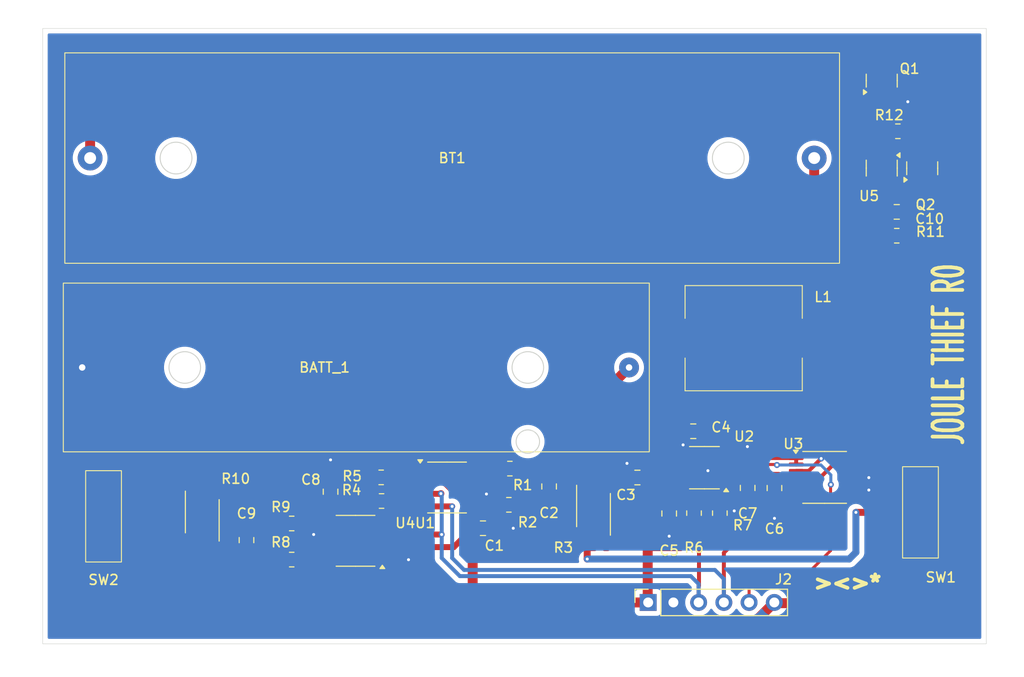
<source format=kicad_pcb>
(kicad_pcb (version 20241229) (generator "pcbnew") (generator_version "9.0")
  (title_block (title "Joule Thief 0") (date "2025-03-15") (rev "5") (company "Suneater Labs"))
  (layers (0 "F.Cu" signal) (2 "B.Cu" signal) (13 "F.Paste" user) (15 "B.Paste" user) (5 "F.SilkS" user "F.Silkscreen") (7 "B.SilkS" user "B.Silkscreen") (1 "F.Mask" user) (3 "B.Mask" user) (25 "Edge.Cuts" user))
  (net 0 "")
  (net 1 "+ALK")
  (net 2 "GND")
  (net 3 "LITH")
  (net 4 "Net-(BT1--)")
  (net 5 "V5+")
  (net 6 "Net-(C2-Pad1)")
  (net 7 "Net-(C2-Pad2)")
  (net 8 "Net-(SW1-B)")
  (net 9 "Net-(U2-AUX)")
  (net 10 "Net-(U2-LDO)")
  (net 11 "Net-(C9-Pad1)")
  (net 12 "Net-(C9-Pad2)")
  (net 13 "Net-(U5-VCC)")
  (net 14 "SDA")
  (net 15 "SHDN")
  (net 16 "SCL")
  (net 17 "Net-(U2-SWITCH)")
  (net 18 "Net-(Q1-D)")
  (net 19 "Net-(Q1-G)")
  (net 20 "Net-(Q2-G)")
  (net 21 "Net-(U1-IN+)")
  (net 22 "Net-(U1-IN-)")
  (net 23 "Net-(SW1-A)")
  (net 24 "Net-(U2-FB)")
  (net 25 "Net-(U4-IN+)")
  (net 26 "Net-(U4-IN-)")
  (net 27 "Net-(U5-CS)")
  (net 28 "MPPC")
  (net 34 "Net-(SW2-B)")
  (footprint "Joule Thief-Library:18650_Cell_Clip" (layer "F.Cu") (at 99.85 42.4)
    (property "Reference" "BT1" (at 0 0 0) (layer "F.SilkS") (effects (font (thickness 0.16))))
    (property "Value" "Battery_Cell")
    (fp_circle (center -27.8 0) (end -26.2 0) (stroke (width 0.1)) (fill no) (layer "Edge.Cuts"))
    (fp_circle (center 27.8 0) (end 29.4 0) (stroke (width 0.1)) (fill no) (layer "Edge.Cuts"))
    (pad "1" thru_hole circle (at 36.45 0) (size 2.5 2.5) (drill 1.2) (layers "*.Cu" "*.Mask") (net 3 "LITH"))
    (pad "2" thru_hole circle (at -36.45 0) (size 2.5 2.5) (drill 1.2) (layers "*.Cu" "*.Mask") (net 4 "Net-(BT1--)"))
  )
  (footprint "Joule Thief-Library:AA_Cell_Clip" (layer "F.Cu") (at 90.2 63.5)
    (property "Reference" "BATT_1" (at -3.1975 0 0) (layer "F.SilkS") (effects (font (thickness 0.16))))
    (property "Value" "Alkaline AA")
    (fp_circle (center -17.27 0) (end -15.68 0) (stroke (width 0.1)) (fill no) (layer "Edge.Cuts"))
    (fp_circle (center 17.27 0) (end 18.86 0) (stroke (width 0.1)) (fill no) (layer "Edge.Cuts"))
    (fp_circle (center 17.27 7.47) (end 18.45 7.47) (stroke (width 0.1)) (fill no) (layer "Edge.Cuts"))
    (pad "1" thru_hole circle (at 27.46 0) (size 2 2) (drill 0.65) (layers "*.Cu" "*.Mask") (net 1 "+ALK"))
    (pad "2" thru_hole circle (at -27.6 0) (size 2 2) (drill 0.65) (layers "*.Cu" "*.Mask") (net 2 "GND"))
  )
  (footprint "Resistor_SMD:R_0805_2012Metric_Pad1.20x1.40mm_HandSolder" (layer "F.Cu") (at 105.66 73.69)
    (property "Reference" "R1" (at 1.29 1.66 0) (layer "F.SilkS") (effects (font (thickness 0.16))))
    (property "Value" "10")
    (pad "1" smd roundrect (at -1 0) (size 1.2 1.4) (layers "F.Cu" "F.Mask" "F.Paste") (roundrect_rratio 0.208333) (net 21 "Net-(U1-IN+)"))
    (pad "2" smd roundrect (at 1 0) (size 1.2 1.4) (layers "F.Cu" "F.Mask" "F.Paste") (roundrect_rratio 0.208333) (net 6 "Net-(C2-Pad1)"))
  )
  (footprint "Package_SO:TSSOP-14_4.4x5mm_P0.65mm" (layer "F.Cu") (at 137.35 74.575)
    (property "Reference" "U3" (at -3.15 -3.375 180) (layer "F.SilkS") (effects (font (thickness 0.16))))
    (property "Value" "AD5280")
    (pad "1" smd roundrect (at -2.8625 -1.95) (size 1.475 0.4) (layers "F.Cu" "F.Mask" "F.Paste") (net 28 "MPPC"))
    (pad "2" smd roundrect (at -2.8625 -1.3) (size 1.475 0.4) (layers "F.Cu" "F.Mask" "F.Paste") (net 28 "MPPC"))
    (pad "3" smd roundrect (at -2.8625 -0.65) (size 1.475 0.4) (layers "F.Cu" "F.Mask" "F.Paste") (net 2 "GND"))
    (pad "4" smd roundrect (at -2.8625 0) (size 1.475 0.4) (layers "F.Cu" "F.Mask" "F.Paste") (net 5 "V5+"))
    (pad "5" smd roundrect (at -2.8625 0.65) (size 1.475 0.4) (layers "F.Cu" "F.Mask" "F.Paste"))
    (pad "6" smd roundrect (at -2.8625 1.3) (size 1.475 0.4) (layers "F.Cu" "F.Mask" "F.Paste") (net 16 "SCL"))
    (pad "7" smd roundrect (at -2.8625 1.95) (size 1.475 0.4) (layers "F.Cu" "F.Mask" "F.Paste") (net 14 "SDA"))
    (pad "8" smd roundrect (at 2.8625 1.95) (size 1.475 0.4) (layers "F.Cu" "F.Mask" "F.Paste") (net 2 "GND"))
    (pad "9" smd roundrect (at 2.8625 1.3) (size 1.475 0.4) (layers "F.Cu" "F.Mask" "F.Paste") (net 2 "GND"))
    (pad "10" smd roundrect (at 2.8625 0.65) (size 1.475 0.4) (layers "F.Cu" "F.Mask" "F.Paste") (net 2 "GND"))
    (pad "11" smd roundrect (at 2.8625 0) (size 1.475 0.4) (layers "F.Cu" "F.Mask" "F.Paste") (net 2 "GND"))
    (pad "12" smd roundrect (at 2.8625 -0.65) (size 1.475 0.4) (layers "F.Cu" "F.Mask" "F.Paste"))
    (pad "13" smd roundrect (at 2.8625 -1.3) (size 1.475 0.4) (layers "F.Cu" "F.Mask" "F.Paste") (net 5 "V5+"))
    (pad "14" smd roundrect (at 2.8625 -1.95) (size 1.475 0.4) (layers "F.Cu" "F.Mask" "F.Paste"))
  )
  (footprint "Package_SO:MSOP-12_3x4.039mm_P0.65mm" (layer "F.Cu") (at 125.25 73.6 180)
    (property "Reference" "U2" (at -4 3.15 0) (layer "F.SilkS") (effects (font (thickness 0.16))))
    (property "Value" "LTC3105xMS")
    (pad "1" smd roundrect (at -2.15 -1.625 180) (size 1.45 0.4) (layers "F.Cu" "F.Mask" "F.Paste") (net 24 "Net-(U2-FB)"))
    (pad "2" smd roundrect (at -2.15 -0.975 180) (size 1.45 0.4) (layers "F.Cu" "F.Mask" "F.Paste") (net 10 "Net-(U2-LDO)"))
    (pad "3" smd roundrect (at -2.15 -0.325 180) (size 1.45 0.4) (layers "F.Cu" "F.Mask" "F.Paste") (net 2 "GND"))
    (pad "4" smd roundrect (at -2.15 0.325 180) (size 1.45 0.4) (layers "F.Cu" "F.Mask" "F.Paste") (net 15 "SHDN"))
    (pad "5" smd roundrect (at -2.15 0.975 180) (size 1.45 0.4) (layers "F.Cu" "F.Mask" "F.Paste") (net 28 "MPPC"))
    (pad "6" smd roundrect (at -2.15 1.625 180) (size 1.45 0.4) (layers "F.Cu" "F.Mask" "F.Paste") (net 2 "GND"))
    (pad "7" smd roundrect (at 2.15 1.625 180) (size 1.45 0.4) (layers "F.Cu" "F.Mask" "F.Paste") (net 2 "GND"))
    (pad "8" smd roundrect (at 2.15 0.975 180) (size 1.45 0.4) (layers "F.Cu" "F.Mask" "F.Paste") (net 23 "Net-(SW1-A)"))
    (pad "9" smd roundrect (at 2.15 0.325 180) (size 1.45 0.4) (layers "F.Cu" "F.Mask" "F.Paste") (net 17 "Net-(U2-SWITCH)"))
    (pad "10" smd roundrect (at 2.15 -0.325 180) (size 1.45 0.4) (layers "F.Cu" "F.Mask" "F.Paste"))
    (pad "11" smd roundrect (at 2.15 -0.975 180) (size 1.45 0.4) (layers "F.Cu" "F.Mask" "F.Paste") (net 5 "V5+"))
    (pad "12" smd roundrect (at 2.15 -1.625 180) (size 1.45 0.4) (layers "F.Cu" "F.Mask" "F.Paste") (net 9 "Net-(U2-AUX)"))
  )
  (footprint "Capacitor_SMD:C_0805_2012Metric_Pad1.18x1.45mm_HandSolder" (layer "F.Cu") (at 118.5 74.5875)
    (property "Reference" "C3" (at -1.15 1.75 0) (layer "F.SilkS") (effects (font (thickness 0.16))))
    (property "Value" "100u")
    (pad "1" smd roundrect (at -1.0375 0) (size 1.175 1.45) (layers "F.Cu" "F.Mask" "F.Paste") (roundrect_rratio 0.212766) (net 2 "GND"))
    (pad "2" smd roundrect (at 1.0375 0) (size 1.175 1.45) (layers "F.Cu" "F.Mask" "F.Paste") (roundrect_rratio 0.212766) (net 5 "V5+"))
  )
  (footprint "Resistor_SMD:R_0805_2012Metric_Pad1.20x1.40mm_HandSolder" (layer "F.Cu") (at 144.725 39.7 180)
    (property "Reference" "R12" (at 0.875 1.625 0) (layer "F.SilkS") (effects (font (thickness 0.16))))
    (property "Value" "1k")
    (pad "1" smd roundrect (at -1 0 180) (size 1.2 1.4) (layers "F.Cu" "F.Mask" "F.Paste") (roundrect_rratio 0.208333) (net 2 "GND"))
    (pad "2" smd roundrect (at 1 0 180) (size 1.2 1.4) (layers "F.Cu" "F.Mask" "F.Paste") (roundrect_rratio 0.208333) (net 27 "Net-(U5-CS)"))
  )
  (footprint "Resistor_SMD:R_0805_2012Metric_Pad1.20x1.40mm_HandSolder" (layer "F.Cu") (at 124.2 78.175 90)
    (property "Reference" "R6" (at -3.475 0 180) (layer "F.SilkS") (effects (font (thickness 0.16))))
    (property "Value" "910k")
    (pad "1" smd roundrect (at -1 0 90) (size 1.2 1.4) (layers "F.Cu" "F.Mask" "F.Paste") (roundrect_rratio 0.208333) (net 5 "V5+"))
    (pad "2" smd roundrect (at 1 0 90) (size 1.2 1.4) (layers "F.Cu" "F.Mask" "F.Paste") (roundrect_rratio 0.208333) (net 24 "Net-(U2-FB)"))
  )
  (footprint "Resistor_SMD:R_0805_2012Metric_Pad1.20x1.40mm_HandSolder" (layer "F.Cu") (at 83.695 82.8575 180)
    (property "Reference" "R8" (at 1.09 1.7475 0) (layer "F.SilkS") (effects (font (thickness 0.16))))
    (property "Value" "10")
    (pad "1" smd roundrect (at -1 0 180) (size 1.2 1.4) (layers "F.Cu" "F.Mask" "F.Paste") (roundrect_rratio 0.208333) (net 25 "Net-(U4-IN+)"))
    (pad "2" smd roundrect (at 1 0 180) (size 1.2 1.4) (layers "F.Cu" "F.Mask" "F.Paste") (roundrect_rratio 0.208333) (net 12 "Net-(C9-Pad2)"))
  )
  (footprint "Resistor_SMD:R_0805_2012Metric_Pad1.20x1.40mm_HandSolder" (layer "F.Cu") (at 83.695 79.22 180)
    (property "Reference" "R9" (at 1.09 1.66 0) (layer "F.SilkS") (effects (font (thickness 0.16))))
    (property "Value" "10")
    (pad "1" smd roundrect (at -1 0 180) (size 1.2 1.4) (layers "F.Cu" "F.Mask" "F.Paste") (roundrect_rratio 0.208333) (net 26 "Net-(U4-IN-)"))
    (pad "2" smd roundrect (at 1 0 180) (size 1.2 1.4) (layers "F.Cu" "F.Mask" "F.Paste") (roundrect_rratio 0.208333) (net 11 "Net-(C9-Pad1)"))
  )
  (footprint "Capacitor_SMD:C_0805_2012Metric_Pad1.18x1.45mm_HandSolder" (layer "F.Cu") (at 109.61 75.49 -90)
    (property "Reference" "C2" (at 2.66 0.01 180) (layer "F.SilkS") (effects (font (thickness 0.16))))
    (property "Value" "0.1u")
    (pad "1" smd roundrect (at -1.0375 0 270) (size 1.175 1.45) (layers "F.Cu" "F.Mask" "F.Paste") (roundrect_rratio 0.212766) (net 6 "Net-(C2-Pad1)"))
    (pad "2" smd roundrect (at 1.0375 0 270) (size 1.175 1.45) (layers "F.Cu" "F.Mask" "F.Paste") (roundrect_rratio 0.212766) (net 7 "Net-(C2-Pad2)"))
  )
  (footprint "Package_TO_SOT_SMD:SOT-23" (layer "F.Cu") (at 143.1 34.6 90)
    (property "Reference" "Q1" (at 1.2 2.8 0) (layer "F.SilkS") (effects (font (thickness 0.16))))
    (property "Value" "AO3400A")
    (pad "1" smd roundrect (at -0.9375 -0.95 90) (size 1.475 0.6) (layers "F.Cu" "F.Mask" "F.Paste") (net 19 "Net-(Q1-G)"))
    (pad "2" smd roundrect (at -0.9375 0.95 90) (size 1.475 0.6) (layers "F.Cu" "F.Mask" "F.Paste") (net 2 "GND"))
    (pad "3" smd roundrect (at 0.9375 0 90) (size 1.475 0.6) (layers "F.Cu" "F.Mask" "F.Paste") (net 18 "Net-(Q1-D)"))
  )
  (footprint "Capacitor_SMD:C_0805_2012Metric_Pad1.18x1.45mm_HandSolder" (layer "F.Cu") (at 79.1425 80.895 -90)
    (property "Reference" "C9" (at -2.685 0 0) (layer "F.SilkS") (effects (font (thickness 0.16))))
    (property "Value" "0.1u")
    (pad "1" smd roundrect (at -1.0375 0 270) (size 1.175 1.45) (layers "F.Cu" "F.Mask" "F.Paste") (roundrect_rratio 0.212766) (net 11 "Net-(C9-Pad1)"))
    (pad "2" smd roundrect (at 1.0375 0 270) (size 1.175 1.45) (layers "F.Cu" "F.Mask" "F.Paste") (roundrect_rratio 0.212766) (net 12 "Net-(C9-Pad2)"))
  )
  (footprint "Capacitor_SMD:C_0805_2012Metric_Pad1.18x1.45mm_HandSolder" (layer "F.Cu") (at 121.7 78.2125 -90)
    (property "Reference" "C5" (at 3.7375 0 180) (layer "F.SilkS") (effects (font (thickness 0.16))))
    (property "Value" "1u")
    (pad "1" smd roundrect (at -1.0375 0 270) (size 1.175 1.45) (layers "F.Cu" "F.Mask" "F.Paste") (roundrect_rratio 0.212766) (net 9 "Net-(U2-AUX)"))
    (pad "2" smd roundrect (at 1.0375 0 270) (size 1.175 1.45) (layers "F.Cu" "F.Mask" "F.Paste") (roundrect_rratio 0.212766) (net 2 "GND"))
  )
  (footprint "Connector_PinSocket_2.54mm:PinSocket_1x06_P2.54mm_Vertical" (layer "F.Cu") (at 119.585 87.175 90)
    (property "Reference" "J2" (at 2.325 13.625 0) (layer "F.SilkS") (effects (font (thickness 0.16))))
    (property "Value" "Conn_01x06_Socket")
    (pad "1" thru_hole rect (at 0 0 90) (size 1.7 1.7) (drill 1) (layers "*.Cu" "*.Mask") (net 5 "V5+"))
    (pad "2" thru_hole oval (at 0 2.54 90) (size 1.7 1.7) (drill 1) (layers "*.Cu" "*.Mask") (net 2 "GND"))
    (pad "3" thru_hole oval (at 0 5.08 90) (size 1.7 1.7) (drill 1) (layers "*.Cu" "*.Mask") (net 14 "SDA"))
    (pad "4" thru_hole oval (at 0 7.62 90) (size 1.7 1.7) (drill 1) (layers "*.Cu" "*.Mask") (net 16 "SCL"))
    (pad "5" thru_hole oval (at 0 10.16 90) (size 1.7 1.7) (drill 1) (layers "*.Cu" "*.Mask") (net 15 "SHDN"))
    (pad "6" thru_hole oval (at 0 12.7 90) (size 1.7 1.7) (drill 1) (layers "*.Cu" "*.Mask") (net 3 "LITH"))
  )
  (footprint "Resistor_SMD:R_0805_2012Metric_Pad1.20x1.40mm_HandSolder" (layer "F.Cu") (at 105.56 77.34)
    (property "Reference" "R2" (at 1.89 1.76 0) (layer "F.SilkS") (effects (font (thickness 0.16))))
    (property "Value" "10")
    (pad "1" smd roundrect (at -1 0) (size 1.2 1.4) (layers "F.Cu" "F.Mask" "F.Paste") (roundrect_rratio 0.208333) (net 22 "Net-(U1-IN-)"))
    (pad "2" smd roundrect (at 1 0) (size 1.2 1.4) (layers "F.Cu" "F.Mask" "F.Paste") (roundrect_rratio 0.208333) (net 7 "Net-(C2-Pad2)"))
  )
  (footprint "Package_TO_SOT_SMD:SOT-23-6" (layer "F.Cu") (at 143.1 43.4125 -90)
    (property "Reference" "U5" (at 2.8125 1.275 180) (layer "F.SilkS") (effects (font (thickness 0.16))))
    (property "Value" "DW01A")
    (pad "1" smd roundrect (at -1.1375 -0.95 270) (size 1.325 0.6) (layers "F.Cu" "F.Mask" "F.Paste") (net 20 "Net-(Q2-G)"))
    (pad "2" smd roundrect (at -1.1375 0 270) (size 1.325 0.6) (layers "F.Cu" "F.Mask" "F.Paste") (net 27 "Net-(U5-CS)"))
    (pad "3" smd roundrect (at -1.1375 0.95 270) (size 1.325 0.6) (layers "F.Cu" "F.Mask" "F.Paste") (net 19 "Net-(Q1-G)"))
    (pad "4" smd roundrect (at 1.1375 0.95 270) (size 1.325 0.6) (layers "F.Cu" "F.Mask" "F.Paste"))
    (pad "5" smd roundrect (at 1.1375 0 270) (size 1.325 0.6) (layers "F.Cu" "F.Mask" "F.Paste") (net 13 "Net-(U5-VCC)"))
    (pad "6" smd roundrect (at 1.1375 -0.95 270) (size 1.325 0.6) (layers "F.Cu" "F.Mask" "F.Paste") (net 4 "Net-(BT1--)"))
  )
  (footprint "Capacitor_SMD:C_0805_2012Metric_Pad1.18x1.45mm_HandSolder" (layer "F.Cu") (at 124.125 69.925 180)
    (property "Reference" "C4" (at -2.8 0.4 0) (layer "F.SilkS") (effects (font (thickness 0.16))))
    (property "Value" "10u")
    (pad "1" smd roundrect (at -1.0375 0 180) (size 1.175 1.45) (layers "F.Cu" "F.Mask" "F.Paste") (roundrect_rratio 0.212766) (net 23 "Net-(SW1-A)"))
    (pad "2" smd roundrect (at 1.0375 0 180) (size 1.175 1.45) (layers "F.Cu" "F.Mask" "F.Paste") (roundrect_rratio 0.212766) (net 2 "GND"))
  )
  (footprint "Package_TO_SOT_SMD:SOT-23" (layer "F.Cu") (at 147.175 43.425 90)
    (property "Reference" "Q2" (at -3.675 0.325 180) (layer "F.SilkS") (effects (font (thickness 0.16))))
    (property "Value" "AO3400A")
    (pad "1" smd roundrect (at -0.9375 -0.95 90) (size 1.475 0.6) (layers "F.Cu" "F.Mask" "F.Paste") (net 20 "Net-(Q2-G)"))
    (pad "2" smd roundrect (at -0.9375 0.95 90) (size 1.475 0.6) (layers "F.Cu" "F.Mask" "F.Paste") (net 4 "Net-(BT1--)"))
    (pad "3" smd roundrect (at 0.9375 0 90) (size 1.475 0.6) (layers "F.Cu" "F.Mask" "F.Paste") (net 18 "Net-(Q1-D)"))
  )
  (footprint "Capacitor_SMD:C_0805_2012Metric_Pad1.18x1.45mm_HandSolder" (layer "F.Cu") (at 129.6 75.6375 -90)
    (property "Reference" "C7" (at 2.5625 0 180) (layer "F.SilkS") (effects (font (thickness 0.16))))
    (property "Value" "4.7u")
    (pad "1" smd roundrect (at -1.0375 0 270) (size 1.175 1.45) (layers "F.Cu" "F.Mask" "F.Paste") (roundrect_rratio 0.212766) (net 10 "Net-(U2-LDO)"))
    (pad "2" smd roundrect (at 1.0375 0 270) (size 1.175 1.45) (layers "F.Cu" "F.Mask" "F.Paste") (roundrect_rratio 0.212766) (net 2 "GND"))
  )
  (footprint "Capacitor_SMD:C_0805_2012Metric_Pad1.18x1.45mm_HandSolder" (layer "F.Cu") (at 132.3 75.65 -90)
    (property "Reference" "C6" (at 4.1 0 180) (layer "F.SilkS") (effects (font (thickness 0.16))))
    (property "Value" "0.1u")
    (pad "1" smd roundrect (at -1.0375 0 270) (size 1.175 1.45) (layers "F.Cu" "F.Mask" "F.Paste") (roundrect_rratio 0.212766) (net 5 "V5+"))
    (pad "2" smd roundrect (at 1.0375 0 270) (size 1.175 1.45) (layers "F.Cu" "F.Mask" "F.Paste") (roundrect_rratio 0.212766) (net 2 "GND"))
  )
  (footprint "Resistor_SMD:R_Shunt_Vishay_WSK2512_6332Metric_T1.19mm" (layer "F.Cu") (at 74.69 78.49 90)
    (property "Reference" "R10" (at 3.78 3.365 0) (layer "F.SilkS") (effects (font (thickness 0.16))))
    (property "Value" "0.1R")
    (pad "1" smd roundrect (at -2.985 -0.635 90) (size 2.29 2.03) (layers "F.Cu" "F.Mask" "F.Paste") (roundrect_rratio 0.12) (net 34 "Net-(SW2-B)"))
    (pad "2" smd roundrect (at -3.43 1.27 90) (size 1.4 0.76) (layers "F.Cu" "F.Mask" "F.Paste") (roundrect_rratio 0.12) (net 12 "Net-(C9-Pad2)"))
    (pad "3" smd roundrect (at 3.43 -1.27 90) (size 1.4 0.76) (layers "F.Cu" "F.Mask" "F.Paste") (net 11 "Net-(C9-Pad1)"))
    (pad "4" smd roundrect (at 2.985 0.635 90) (size 2.29 2.03) (layers "F.Cu" "F.Mask" "F.Paste") (roundrect_rratio 0.12) (net 3 "LITH"))
  )
  (footprint "Package_SO:SOIC-8_3.9x4.9mm_P1.27mm" (layer "F.Cu") (at 90.12 80.965 180)
    (property "Reference" "U4" (at -5.005 1.79 0) (layer "F.SilkS") (effects (font (thickness 0.16))))
    (property "Value" "INA219AxD")
    (pad "1" smd roundrect (at -2.475 -1.905 180) (size 1.95 0.6) (layers "F.Cu" "F.Mask" "F.Paste") (net 2 "GND"))
    (pad "2" smd roundrect (at -2.475 -0.635 180) (size 1.95 0.6) (layers "F.Cu" "F.Mask" "F.Paste") (net 5 "V5+"))
    (pad "3" smd roundrect (at -2.475 0.635 180) (size 1.95 0.6) (layers "F.Cu" "F.Mask" "F.Paste") (net 14 "SDA"))
    (pad "4" smd roundrect (at -2.475 1.905 180) (size 1.95 0.6) (layers "F.Cu" "F.Mask" "F.Paste") (net 16 "SCL"))
    (pad "5" smd roundrect (at 2.475 1.905 180) (size 1.95 0.6) (layers "F.Cu" "F.Mask" "F.Paste") (net 5 "V5+"))
    (pad "6" smd roundrect (at 2.475 0.635 180) (size 1.95 0.6) (layers "F.Cu" "F.Mask" "F.Paste") (net 2 "GND"))
    (pad "7" smd roundrect (at 2.475 -0.635 180) (size 1.95 0.6) (layers "F.Cu" "F.Mask" "F.Paste") (net 26 "Net-(U4-IN-)"))
    (pad "8" smd roundrect (at 2.475 -1.905 180) (size 1.95 0.6) (layers "F.Cu" "F.Mask" "F.Paste") (net 25 "Net-(U4-IN+)"))
  )
  (footprint "Resistor_SMD:R_Shunt_Vishay_WSK2512_6332Metric_T1.19mm" (layer "F.Cu") (at 114.08 77.87 -90)
    (property "Reference" "R3" (at 3.78 3.03 180) (layer "F.SilkS") (effects (font (thickness 0.16))))
    (property "Value" "0.1R")
    (pad "1" smd roundrect (at -2.985 -0.635 270) (size 2.29 2.03) (layers "F.Cu" "F.Mask" "F.Paste") (roundrect_rratio 0.12) (net 1 "+ALK"))
    (pad "2" smd roundrect (at -3.43 1.27 270) (size 1.4 0.76) (layers "F.Cu" "F.Mask" "F.Paste") (roundrect_rratio 0.12) (net 6 "Net-(C2-Pad1)"))
    (pad "3" smd roundrect (at 3.43 -1.27 270) (size 1.4 0.76) (layers "F.Cu" "F.Mask" "F.Paste") (net 7 "Net-(C2-Pad2)"))
    (pad "4" smd roundrect (at 2.985 0.635 270) (size 2.29 2.03) (layers "F.Cu" "F.Mask" "F.Paste") (roundrect_rratio 0.12) (net 8 "Net-(SW1-B)"))
  )
  (footprint "Joule Thief-Library:Power_Inductor_101040" (layer "F.Cu") (at 129.2 60.55)
    (property "Reference" "L1" (at 8 -4.15 0) (layer "F.SilkS") (effects (font (thickness 0.16))))
    (property "Value" "10u")
    (pad "1" smd roundrect (at -4.75 0 90) (size 3.5 4) (layers "F.Cu" "F.Mask" "F.Paste") (roundrect_rratio 0.15) (net 23 "Net-(SW1-A)"))
    (pad "2" smd roundrect (at 4.75 0 90) (size 3.5 4) (layers "F.Cu" "F.Mask" "F.Paste") (roundrect_rratio 0.15) (net 17 "Net-(U2-SWITCH)"))
  )
  (footprint "Resistor_SMD:R_0805_2012Metric_Pad1.20x1.40mm_HandSolder" (layer "F.Cu") (at 126.8 78.175 -90)
    (property "Reference" "R7" (at 1.225 -2.3 180) (layer "F.SilkS") (effects (font (thickness 0.16))))
    (property "Value" "220k")
    (pad "1" smd roundrect (at -1 0 270) (size 1.2 1.4) (layers "F.Cu" "F.Mask" "F.Paste") (roundrect_rratio 0.208333) (net 24 "Net-(U2-FB)"))
    (pad "2" smd roundrect (at 1 0 270) (size 1.2 1.4) (layers "F.Cu" "F.Mask" "F.Paste") (roundrect_rratio 0.208333) (net 2 "GND"))
  )
  (footprint "Resistor_SMD:R_0805_2012Metric_Pad1.20x1.40mm_HandSolder" (layer "F.Cu") (at 144.6125 50.225)
    (property "Reference" "R11" (at 3.3875 -0.4 180) (layer "F.SilkS") (effects (font (thickness 0.16))))
    (property "Value" "100")
    (pad "1" smd roundrect (at -1 0) (size 1.2 1.4) (layers "F.Cu" "F.Mask" "F.Paste") (roundrect_rratio 0.208333) (net 13 "Net-(U5-VCC)"))
    (pad "2" smd roundrect (at 1 0) (size 1.2 1.4) (layers "F.Cu" "F.Mask" "F.Paste") (roundrect_rratio 0.208333) (net 3 "LITH"))
  )
  (footprint "Capacitor_SMD:C_0805_2012Metric_Pad1.18x1.45mm_HandSolder" (layer "F.Cu") (at 87.6075 76.02 90)
    (property "Reference" "C8" (at 1.22 -1.9825 180) (layer "F.SilkS") (effects (font (thickness 0.16))))
    (property "Value" "0.1u")
    (pad "1" smd roundrect (at -1.0375 0 90) (size 1.175 1.45) (layers "F.Cu" "F.Mask" "F.Paste") (roundrect_rratio 0.212766) (net 5 "V5+"))
    (pad "2" smd roundrect (at 1.0375 0 90) (size 1.175 1.45) (layers "F.Cu" "F.Mask" "F.Paste") (roundrect_rratio 0.212766) (net 2 "GND"))
  )
  (footprint "Joule Thief-Library:SMD_DPST_Switch" (layer "F.Cu") (at 147 78.1 -90)
    (property "Reference" "SW1" (at 6.55 -2.05 0) (layer "F.SilkS") (effects (font (thickness 0.16))))
    (property "Value" "SW_SPST")
    (pad "1" smd roundrect (at -2.5 3.45) (size 1.5 0.6) (layers "F.Cu" "F.Mask" "F.Paste") (roundrect_rratio 0.15) (net 23 "Net-(SW1-A)"))
    (pad "2" smd roundrect (at 0 3.45) (size 1.5 0.6) (layers "F.Cu" "F.Mask" "F.Paste") (roundrect_rratio 0.15) (net 8 "Net-(SW1-B)"))
    (pad "3" smd roundrect (at 2.5 3.45) (size 1.5 0.6) (layers "F.Cu" "F.Mask" "F.Paste") (roundrect_rratio 0.15))
    (pad "4" smd roundrect (at -2.5 -3.55) (size 1.5 0.6) (layers "F.Cu" "F.Mask" "F.Paste") (roundrect_rratio 0.15))
    (pad "5" smd roundrect (at 0 -3.55) (size 1.5 0.6) (layers "F.Cu" "F.Mask" "F.Paste") (roundrect_rratio 0.15))
    (pad "6" smd roundrect (at 2.5 -3.55) (size 1.5 0.6) (layers "F.Cu" "F.Mask" "F.Paste") (roundrect_rratio 0.15))
  )
  (footprint "Resistor_SMD:R_0805_2012Metric_Pad1.20x1.40mm_HandSolder" (layer "F.Cu") (at 92.7 74.575)
    (property "Reference" "R5" (at -2.925 -0.125 180) (layer "F.SilkS") (effects (font (thickness 0.16))))
    (property "Value" "4.7k")
    (pad "1" smd roundrect (at -1 0) (size 1.2 1.4) (layers "F.Cu" "F.Mask" "F.Paste") (roundrect_rratio 0.208333) (net 5 "V5+"))
    (pad "2" smd roundrect (at 1 0) (size 1.2 1.4) (layers "F.Cu" "F.Mask" "F.Paste") (roundrect_rratio 0.208333) (net 14 "SDA"))
  )
  (footprint "Resistor_SMD:R_0805_2012Metric_Pad1.20x1.40mm_HandSolder" (layer "F.Cu") (at 92.74 76.955)
    (property "Reference" "R4" (at -3.015 -1.105 180) (layer "F.SilkS") (effects (font (thickness 0.16))))
    (property "Value" "4.7k")
    (pad "1" smd roundrect (at -1 0) (size 1.2 1.4) (layers "F.Cu" "F.Mask" "F.Paste") (roundrect_rratio 0.208333) (net 5 "V5+"))
    (pad "2" smd roundrect (at 1 0) (size 1.2 1.4) (layers "F.Cu" "F.Mask" "F.Paste") (roundrect_rratio 0.208333) (net 16 "SCL"))
  )
  (footprint "Capacitor_SMD:C_0805_2012Metric_Pad1.18x1.45mm_HandSolder" (layer "F.Cu") (at 102.9525 79.6975)
    (property "Reference" "C1" (at 1.1475 1.7525 0) (layer "F.SilkS") (effects (font (thickness 0.16))))
    (property "Value" "0.1u")
    (pad "1" smd roundrect (at -1.0375 0) (size 1.175 1.45) (layers "F.Cu" "F.Mask" "F.Paste") (roundrect_rratio 0.212766) (net 5 "V5+"))
    (pad "2" smd roundrect (at 1.0375 0) (size 1.175 1.45) (layers "F.Cu" "F.Mask" "F.Paste") (roundrect_rratio 0.212766) (net 2 "GND"))
  )
  (footprint "Package_SO:SOIC-8_3.9x4.9mm_P1.27mm" (layer "F.Cu") (at 99.335 75.595)
    (property "Reference" "U1" (at -2.21 3.58 0) (layer "F.SilkS") (effects (font (thickness 0.16))))
    (property "Value" "INA219AxD")
    (pad "1" smd roundrect (at -2.475 -1.905) (size 1.95 0.6) (layers "F.Cu" "F.Mask" "F.Paste") (net 2 "GND"))
    (pad "2" smd roundrect (at -2.475 -0.635) (size 1.95 0.6) (layers "F.Cu" "F.Mask" "F.Paste") (net 2 "GND"))
    (pad "3" smd roundrect (at -2.475 0.635) (size 1.95 0.6) (layers "F.Cu" "F.Mask" "F.Paste") (net 14 "SDA"))
    (pad "4" smd roundrect (at -2.475 1.905) (size 1.95 0.6) (layers "F.Cu" "F.Mask" "F.Paste") (net 16 "SCL"))
    (pad "5" smd roundrect (at 2.475 1.905) (size 1.95 0.6) (layers "F.Cu" "F.Mask" "F.Paste") (net 5 "V5+"))
    (pad "6" smd roundrect (at 2.475 0.635) (size 1.95 0.6) (layers "F.Cu" "F.Mask" "F.Paste") (net 2 "GND"))
    (pad "7" smd roundrect (at 2.475 -0.635) (size 1.95 0.6) (layers "F.Cu" "F.Mask" "F.Paste") (net 22 "Net-(U1-IN-)"))
    (pad "8" smd roundrect (at 2.475 -1.905) (size 1.95 0.6) (layers "F.Cu" "F.Mask" "F.Paste") (net 21 "Net-(U1-IN+)"))
  )
  (footprint "Capacitor_SMD:C_0805_2012Metric_Pad1.18x1.45mm_HandSolder" (layer "F.Cu") (at 144.6125 47.825)
    (property "Reference" "C10" (at 3.3125 0.7 180) (layer "F.SilkS") (effects (font (thickness 0.16))))
    (property "Value" "0.1u")
    (pad "1" smd roundrect (at -1.0375 0) (size 1.175 1.45) (layers "F.Cu" "F.Mask" "F.Paste") (roundrect_rratio 0.212766) (net 13 "Net-(U5-VCC)"))
    (pad "2" smd roundrect (at 1.0375 0) (size 1.175 1.45) (layers "F.Cu" "F.Mask" "F.Paste") (roundrect_rratio 0.212766) (net 4 "Net-(BT1--)"))
  )
  (footprint "Joule Thief-Library:SMD_DPST_Switch" (layer "F.Cu") (at 64.75 78.5 90)
    (property "Reference" "SW2" (at -6.4 0 0) (layer "F.SilkS") (effects (font (thickness 0.16))))
    (property "Value" "SW_SPST")
    (pad "1" smd roundrect (at -2.5 3.45 180) (size 1.5 0.6) (layers "F.Cu" "F.Mask" "F.Paste") (roundrect_rratio 0.15) (net 5 "V5+"))
    (pad "2" smd roundrect (at 0 3.45 180) (size 1.5 0.6) (layers "F.Cu" "F.Mask" "F.Paste") (roundrect_rratio 0.15) (net 34 "Net-(SW2-B)"))
    (pad "3" smd roundrect (at 2.5 3.45 180) (size 1.5 0.6) (layers "F.Cu" "F.Mask" "F.Paste") (roundrect_rratio 0.15))
    (pad "4" smd roundrect (at -2.5 -3.55 180) (size 1.5 0.6) (layers "F.Cu" "F.Mask" "F.Paste") (roundrect_rratio 0.15))
    (pad "5" smd roundrect (at 0 -3.55 180) (size 1.5 0.6) (layers "F.Cu" "F.Mask" "F.Paste") (roundrect_rratio 0.15))
    (pad "6" smd roundrect (at 2.5 -3.55 180) (size 1.5 0.6) (layers "F.Cu" "F.Mask" "F.Paste") (roundrect_rratio 0.15))
  )
  (gr_rect (start 58.625 29.345) (end 153.625 91.345) (stroke (width 0.05)) (fill no) (layer "Edge.Cuts"))
  (gr_text "JOULE THIEF R0" (at 151.6 71.5 90) (layer "F.SilkS") (effects (font (size 3 1.5) (thickness 0.375) (bold yes)) (justify left bottom)))
  (gr_text "><>*" (at 136.05 86.05 0) (layer "F.SilkS") (effects (font (size 1.5 1.5) (thickness 0.375) (bold yes)) (justify left bottom)))
  (segment (start 117.655 63.505) (end 114.715 66.445) (width 1) (layer "F.Cu") (net 1))
  (segment (start 114.715 66.445) (end 114.715 74.885) (width 1) (layer "F.Cu") (net 1))
  (segment (start 141.8 75.3) (end 141.8 75.85) (width 0.3) (layer "F.Cu") (net 2))
  (segment (start 140.2125 75.875) (end 141.775 75.875) (width 0.3) (layer "F.Cu") (net 2))
  (segment (start 128.425 76.675) (end 129.6 76.675) (width 0.4) (layer "F.Cu") (net 2))
  (segment (start 92.595 82.87) (end 95.455 82.87) (width 0.6) (layer "F.Cu") (net 2))
  (segment (start 87.645 80.33) (end 85.905 80.33) (width 0.6) (layer "F.Cu") (net 2))
  (segment (start 123.0875 71.2875) (end 123.1 71.3) (width 0.6) (layer "F.Cu") (net 2))
  (segment (start 141.8 76.523301) (end 141.801699 76.525) (width 0.3) (layer "F.Cu") (net 2))
  (segment (start 129.575 71.475) (end 129.075 71.975) (width 0.4) (layer "F.Cu") (net 2))
  (segment (start 141.8 75.85) (end 141.8 76.523301) (width 0.3) (layer "F.Cu") (net 2))
  (segment (start 144.5375 35.5375) (end 144.05 35.5375) (width 0.6) (layer "F.Cu") (net 2))
  (segment (start 128.25 79) (end 128.075 79.175) (width 0.4) (layer "F.Cu") (net 2))
  (segment (start 100.2 76.23) (end 101.81 76.23) (width 0.6) (layer "F.Cu") (net 2))
  (segment (start 96.86 74.96) (end 98.93 74.96) (width 0.6) (layer "F.Cu") (net 2))
  (segment (start 129.075 71.975) (end 127.4 71.975) (width 0.4) (layer "F.Cu") (net 2))
  (segment (start 98.7 73.73) (end 98.66 73.69) (width 0.6) (layer "F.Cu") (net 2))
  (segment (start 128.075 79.175) (end 126.8 79.175) (width 0.4) (layer "F.Cu") (net 2))
  (segment (start 145.725 36.725) (end 145.725 39.7) (width 0.6) (layer "F.Cu") (net 2))
  (segment (start 87.6075 72.8125) (end 87.605 72.81) (width 0.3) (layer "F.Cu") (net 2))
  (segment (start 105.9975 79.6975) (end 106 79.7) (width 0.3) (layer "F.Cu") (net 2))
  (segment (start 117.45 74.575) (end 117.4625 74.5875) (width 0.6) (layer "F.Cu") (net 2))
  (segment (start 132.3 78.7) (end 132.3 76.6875) (width 0.6) (layer "F.Cu") (net 2))
  (segment (start 105.0975 79.6975) (end 105.9975 79.6975) (width 0.6) (layer "F.Cu") (net 2))
  (segment (start 140.2125 75.225) (end 141.725 75.225) (width 0.3) (layer "F.Cu") (net 2))
  (segment (start 98.93 74.96) (end 100.2 76.23) (width 0.6) (layer "F.Cu") (net 2))
  (segment (start 127.4 73.925) (end 125.6 73.925) (width 0.4) (layer "F.Cu") (net 2))
  (segment (start 86.035 80.33) (end 86.055 80.31) (width 0.3) (layer "F.Cu") (net 2))
  (segment (start 128.25 77.95) (end 128.25 79) (width 0.4) (layer "F.Cu") (net 2))
  (segment (start 145.725 39.7) (end 145.775 39.65) (width 0.6) (layer "F.Cu") (net 2))
  (segment (start 145.725 36.725) (end 144.5375 35.5375) (width 0.6) (layer "F.Cu") (net 2))
  (segment (start 123.1 71.975) (end 123.1 71.3) (width 0.4) (layer "F.Cu") (net 2))
  (segment (start 125.6 73.925) (end 125.6 73.9) (width 0.4) (layer "F.Cu") (net 2))
  (segment (start 121.7 79.25) (end 121.7 80.5) (width 0.4) (layer "F.Cu") (net 2))
  (segment (start 98.66 73.69) (end 96.86 73.69) (width 0.6) (layer "F.Cu") (net 2))
  (segment (start 103.28 76.23) (end 103.3 76.25) (width 0.3) (layer "F.Cu") (net 2))
  (segment (start 141.8 74.6) (end 141.8 75.3) (width 0.3) (layer "F.Cu") (net 2))
  (segment (start 101.81 76.23) (end 103.28 76.23) (width 0.6) (layer "F.Cu") (net 2))
  (segment (start 141.775 75.875) (end 141.8 75.85) (width 0.3) (layer "F.Cu") (net 2))
  (segment (start 140.2375 74.6) (end 141.8 74.6) (width 0.3) (layer "F.Cu") (net 2))
  (segment (start 135.751498 73.925) (end 137.000979 72.675519) (width 0.4) (layer "F.Cu") (net 2))
  (segment (start 141.801699 76.525) (end 140.2125 76.525) (width 0.3) (layer "F.Cu") (net 2))
  (segment (start 141.725 75.225) (end 141.8 75.3) (width 0.3) (layer "F.Cu") (net 2))
  (segment (start 134.4875 73.925) (end 135.751498 73.925) (width 0.4) (layer "F.Cu") (net 2))
  (segment (start 98.7 73.73) (end 98.7 74.96) (width 0.6) (layer "F.Cu") (net 2))
  (segment (start 140.2125 74.575) (end 140.2375 74.6) (width 0.3) (layer "F.Cu") (net 2))
  (segment (start 87.6075 73.7125) (end 87.6075 72.8125) (width 0.6) (layer "F.Cu") (net 2))
  (segment (start 85.905 80.33) (end 86.035 80.33) (width 0.3) (layer "F.Cu") (net 2))
  (segment (start 123.0875 69.925) (end 123.0875 71.2875) (width 0.6) (layer "F.Cu") (net 2))
  (segment (start 87.6075 74.9825) (end 87.8325 74.9825) (width 0.3) (layer "F.Cu") (net 2))
  (segment (start 128.25 76.85) (end 128.425 76.675) (width 0.4) (layer "F.Cu") (net 2))
  (segment (start 87.6075 74.9825) (end 87.6075 73.7125) (width 0.6) (layer "F.Cu") (net 2))
  (segment (start 128.25 78.15) (end 128.25 77.95) (width 0.4) (layer "F.Cu") (net 2))
  (segment (start 128.25 77.95) (end 128.25 76.85) (width 0.4) (layer "F.Cu") (net 2))
  (segment (start 103.99 79.6975) (end 105.0975 79.6975) (width 0.6) (layer "F.Cu") (net 2))
  (segment (start 117.45 73.1625) (end 117.45 74.575) (width 0.6) (layer "F.Cu") (net 2))
  (via (at 125.6 73.9) (size 0.6) (drill 0.3) (layers "F.Cu" "B.Cu") (net 2))
  (via (at 95.455 82.87) (size 0.6) (drill 0.3) (layers "F.Cu" "B.Cu") (net 2))
  (via (at 145.725 36.725) (size 0.6) (drill 0.3) (layers "F.Cu" "B.Cu") (net 2))
  (via (at 132.3 78.7) (size 0.6) (drill 0.3) (layers "F.Cu" "B.Cu") (net 2))
  (via (at 123.1 71.3) (size 0.6) (drill 0.3) (layers "F.Cu" "B.Cu") (net 2))
  (via (at 128.25 77.95) (size 0.6) (drill 0.3) (layers "F.Cu" "B.Cu") (net 2))
  (via (at 141.8 74.6) (size 0.6) (drill 0.3) (layers "F.Cu" "B.Cu") (net 2))
  (via (at 121.7 80.5) (size 0.6) (drill 0.3) (layers "F.Cu" "B.Cu") (net 2))
  (via (at 117.45 73.1625) (size 0.6) (drill 0.3) (layers "F.Cu" "B.Cu") (net 2))
  (via (at 103.3 76.25) (size 0.6) (drill 0.3) (layers "F.Cu" "B.Cu") (net 2))
  (via (at 87.605 72.81) (size 0.6) (drill 0.3) (layers "F.Cu" "B.Cu") (net 2))
  (via (at 129.575 71.475) (size 0.6) (drill 0.3) (layers "F.Cu" "B.Cu") (net 2))
  (via (at 106 79.7) (size 0.6) (drill 0.3) (layers "F.Cu" "B.Cu") (net 2))
  (via (at 85.905 80.33) (size 0.6) (drill 0.3) (layers "F.Cu" "B.Cu") (net 2))
  (via (at 141.8 75.85) (size 0.6) (drill 0.3) (layers "F.Cu" "B.Cu") (net 2))
  (via (at 137.000979 72.675519) (size 0.6) (drill 0.3) (layers "F.Cu" "B.Cu") (net 2))
  (segment (start 145.6125 50.225) (end 145.6125 52.525) (width 1) (layer "F.Cu") (net 3))
  (segment (start 64.58 74.86) (end 66.2 73.24) (width 1) (layer "F.Cu") (net 3))
  (segment (start 66.88 89.2) (end 64.58 86.9) (width 1) (layer "F.Cu") (net 3))
  (segment (start 136.3 47.75) (end 136.3 42.4) (width 1) (layer "F.Cu") (net 3))
  (segment (start 145.6125 52.525) (end 141.075 52.525) (width 1) (layer "F.Cu") (net 3))
  (segment (start 132.285 87.175) (end 130.26 89.2) (width 1) (layer "F.Cu") (net 3))
  (segment (start 143.075 87.25) (end 132.36 87.25) (width 1) (layer "F.Cu") (net 3))
  (segment (start 147 53.9125) (end 147 83.325) (width 1) (layer "F.Cu") (net 3))
  (segment (start 145.6125 52.525) (end 147 53.9125) (width 1) (layer "F.Cu") (net 3))
  (segment (start 130.26 89.2) (end 66.88 89.2) (width 1) (layer "F.Cu") (net 3))
  (segment (start 132.36 87.25) (end 132.285 87.175) (width 1) (layer "F.Cu") (net 3))
  (segment (start 147 83.325) (end 143.075 87.25) (width 1) (layer "F.Cu") (net 3))
  (segment (start 74.204999 73.24) (end 75.325 74.360001) (width 1) (layer "F.Cu") (net 3))
  (segment (start 64.58 86.9) (end 64.58 74.86) (width 1) (layer "F.Cu") (net 3))
  (segment (start 75.325 74.360001) (end 75.325 75.505) (width 1) (layer "F.Cu") (net 3))
  (segment (start 141.075 52.525) (end 136.3 47.75) (width 1) (layer "F.Cu") (net 3))
  (segment (start 66.2 73.24) (end 74.204999 73.24) (width 1) (layer "F.Cu") (net 3))
  (segment (start 145.65 47.825) (end 145.65 46.1) (width 0.6) (layer "F.Cu") (net 4))
  (segment (start 144.05 45.7) (end 144.45 46.1) (width 0.6) (layer "F.Cu") (net 4))
  (segment (start 148.125 44.3625) (end 148.125 43.125) (width 0.7) (layer "F.Cu") (net 4))
  (segment (start 144.05 44.55) (end 144.05 45.7) (width 0.6) (layer "F.Cu") (net 4))
  (segment (start 148.125 43.125) (end 148.65 42.6) (width 0.7) (layer "F.Cu") (net 4))
  (segment (start 67.125 32.075) (end 63.4 35.8) (width 1) (layer "F.Cu") (net 4))
  (segment (start 145.2 46.1) (end 145.65 46.1) (width 0.6) (layer "F.Cu") (net 4))
  (segment (start 148.125 45.5) (end 148.125 44.3625) (width 0.6) (layer "F.Cu") (net 4))
  (segment (start 148.65 34.2) (end 146.525 32.075) (width 1) (layer "F.Cu") (net 4))
  (segment (start 144.45 46.1) (end 145.2 46.1) (width 0.6) (layer "F.Cu") (net 4))
  (segment (start 145.65 46.1) (end 147.525 46.1) (width 0.6) (layer "F.Cu") (net 4))
  (segment (start 148.65 42.6) (end 148.65 34.2) (width 1) (layer "F.Cu") (net 4))
  (segment (start 63.4 35.8) (end 63.4 42.4) (width 1) (layer "F.Cu") (net 4))
  (segment (start 146.525 32.075) (end 67.125 32.075) (width 1) (layer "F.Cu") (net 4))
  (segment (start 147.525 46.1) (end 148.125 45.5) (width 0.6) (layer "F.Cu") (net 4))
  (segment (start 70.19 81) (end 70.97 81.78) (width 0.7) (layer "F.Cu") (net 5))
  (segment (start 124.2 80.1) (end 122.8 81.5) (width 1) (layer "F.Cu") (net 5))
  (segment (start 101.915 79.6975) (end 101.915 87.11) (width 1) (layer "F.Cu") (net 5))
  (segment (start 119.5375 74.5875) (end 119.55 74.6) (width 0.5) (layer "F.Cu") (net 5))
  (segment (start 70.97 81.78) (end 70.97 84.11) (width 1) (layer "F.Cu") (net 5))
  (segment (start 91.6375 77.0575) (end 91.74 76.955) (width 1) (layer "F.Cu") (net 5))
  (segment (start 124.2 80.15) (end 124.2 79.175) (width 0.7) (layer "F.Cu") (net 5))
  (segment (start 119.55 74.575) (end 119.5375 74.5875) (width 0.4) (layer "F.Cu") (net 5))
  (segment (start 90.05 87.11) (end 73.97 87.11) (width 1) (layer "F.Cu") (net 5))
  (segment (start 87.6075 79.0225) (end 87.645 79.06) (width 0.6) (layer "F.Cu") (net 5))
  (segment (start 131.4875 74.6125) (end 130.95 75.15) (width 0.7) (layer "F.Cu") (net 5))
  (segment (start 138.225 73.275) (end 136.925 74.575) (width 0.4) (layer "F.Cu") (net 5))
  (segment (start 119.585 87.175) (end 101.85 87.175) (width 1) (layer "F.Cu") (net 5))
  (segment (start 132.3 74.6125) (end 131.4875 74.6125) (width 0.7) (layer "F.Cu") (net 5))
  (segment (start 124.4 80.35) (end 124.2 80.15) (width 0.7) (layer "F.Cu") (net 5))
  (segment (start 119.6375 81.5) (end 119.5375 81.4) (width 1) (layer "F.Cu") (net 5))
  (segment (start 87.6075 77.0575) (end 87.6075 79.0225) (width 0.6) (layer "F.Cu") (net 5))
  (segment (start 130.2 80.35) (end 127.5 80.35) (width 0.7) (layer "F.Cu") (net 5))
  (segment (start 134.4875 74.575) (end 132.3375 74.575) (width 0.4) (layer "F.Cu") (net 5))
  (segment (start 87.6075 77.0575) (end 90.05 77.0575) (width 1) (layer "F.Cu") (net 5))
  (segment (start 68.2 81) (end 70.19 81) (width 0.6) (layer "F.Cu") (net 5))
  (segment (start 101.915 87.11) (end 90.05 87.11) (width 1) (layer "F.Cu") (net 5))
  (segment (start 130.95 75.15) (end 130.95 79.6) (width 0.7) (layer "F.Cu") (net 5))
  (segment (start 124.2 79.175) (end 124.2 80.1) (width 1) (layer "F.Cu") (net 5))
  (segment (start 130.95 79.6) (end 130.2 80.35) (width 0.7) (layer "F.Cu") (net 5))
  (segment (start 101.915 87.11) (end 101.85 87.175) (width 1) (layer "F.Cu") (net 5))
  (segment (start 122.8 81.5) (end 119.6375 81.5) (width 1) (layer "F.Cu") (net 5))
  (segment (start 101.915 79.6975) (end 100.0125 81.6) (width 0.6) (layer "F.Cu") (net 5))
  (segment (start 132.3375 74.575) (end 132.3 74.6125) (width 0.4) (layer "F.Cu") (net 5))
  (segment (start 91.74 74.615) (end 91.7 74.575) (width 1) (layer "F.Cu") (net 5))
  (segment (start 136.925 74.575) (end 134.4875 74.575) (width 0.4) (layer "F.Cu") (net 5))
  (segment (start 90.05 87.11) (end 90.05 77.0575) (width 1) (layer "F.Cu") (net 5))
  (segment (start 91.74 76.955) (end 91.74 74.615) (width 1) (layer "F.Cu") (net 5))
  (segment (start 119.5375 86.3865) (end 119.55 86.399) (width 1) (layer "F.Cu") (net 5))
  (segment (start 119.5375 81.4) (end 119.5375 86.3865) (width 1) (layer "F.Cu") (net 5))
  (segment (start 119.5375 74.975) (end 119.5375 81.4) (width 1) (layer "F.Cu") (net 5))
  (segment (start 134.45 74.6125) (end 134.4875 74.575) (width 0.3) (layer "F.Cu") (net 5))
  (segment (start 127.5 80.35) (end 124.4 80.35) (width 0.7) (layer "F.Cu") (net 5))
  (segment (start 100.0125 81.6) (end 92.595 81.6) (width 0.6) (layer "F.Cu") (net 5))
  (segment (start 90.05 77.0575) (end 91.6375 77.0575) (width 1) (layer "F.Cu") (net 5))
  (segment (start 101.81 77.5) (end 101.81 79.5925) (width 0.6) (layer "F.Cu") (net 5))
  (segment (start 123.1 74.575) (end 119.55 74.575) (width 0.4) (layer "F.Cu") (net 5))
  (segment (start 73.97 87.11) (end 70.97 84.11) (width 1) (layer "F.Cu") (net 5))
  (segment (start 140.2125 73.275) (end 138.225 73.275) (width 0.4) (layer "F.Cu") (net 5))
  (segment (start 112.7975 74.4525) (end 112.81 74.44) (width 0.3) (layer "F.Cu") (net 6))
  (segment (start 109.61 74.4525) (end 112.7975 74.4525) (width 0.3) (layer "F.Cu") (net 6))
  (segment (start 107.69 73.69) (end 108.4525 74.4525) (width 0.3) (layer "F.Cu") (net 6))
  (segment (start 106.66 73.69) (end 107.69 73.69) (width 0.3) (layer "F.Cu") (net 6))
  (segment (start 108.4525 74.4525) (end 109.61 74.4525) (width 0.3) (layer "F.Cu") (net 6))
  (segment (start 112.7275 76.5275) (end 115.35 79.15) (width 0.3) (layer "F.Cu") (net 7))
  (segment (start 115.35 79.15) (end 115.35 81.3) (width 0.3) (layer "F.Cu") (net 7))
  (segment (start 109.61 76.5275) (end 108.4725 76.5275) (width 0.3) (layer "F.Cu") (net 7))
  (segment (start 108.4725 76.5275) (end 107.66 77.34) (width 0.3) (layer "F.Cu") (net 7))
  (segment (start 107.66 77.34) (end 106.56 77.34) (width 0.3) (layer "F.Cu") (net 7))
  (segment (start 109.61 76.5275) (end 112.7275 76.5275) (width 0.3) (layer "F.Cu") (net 7))
  (segment (start 140.5 78.1) (end 143.55 78.1) (width 0.7) (layer "F.Cu") (net 8))
  (segment (start 113.445 80.855) (end 113.445 82.795) (width 0.7) (layer "F.Cu") (net 8))
  (segment (start 113.445 82.795) (end 113.45 82.8) (width 0.7) (layer "F.Cu") (net 8))
  (via (at 140.5 78.1) (size 0.6) (drill 0.3) (layers "F.Cu" "B.Cu") (net 8))
  (via (at 113.45 82.8) (size 0.6) (drill 0.3) (layers "F.Cu" "B.Cu") (net 8))
  (segment (start 139.825 82.8) (end 113.45 82.8) (width 0.7) (layer "B.Cu") (net 8))
  (segment (start 140.5 82.125) (end 139.825 82.8) (width 0.7) (layer "B.Cu") (net 8))
  (segment (start 140.5 78.1) (end 140.5 82.125) (width 0.7) (layer "B.Cu") (net 8))
  (segment (start 122.25 75.225) (end 123.1 75.225) (width 0.4) (layer "F.Cu") (net 9))
  (segment (start 121.7 77.175) (end 121.7 75.775) (width 0.4) (layer "F.Cu") (net 9))
  (segment (start 121.7 75.775) (end 122.25 75.225) (width 0.4) (layer "F.Cu") (net 9))
  (segment (start 129.575 74.575) (end 129.6 74.6) (width 0.3) (layer "F.Cu") (net 10))
  (segment (start 127.4 74.575) (end 129.575 74.575) (width 0.4) (layer "F.Cu") (net 10))
  (segment (start 79.1425 79.8575) (end 76.4075 79.8575) (width 0.3) (layer "F.Cu") (net 11))
  (segment (start 80.7575 79.8575) (end 81.395 79.22) (width 0.3) (layer "F.Cu") (net 11))
  (segment (start 73.4025 75.0775) (end 73.42 75.06) (width 0.3) (layer "F.Cu") (net 11))
  (segment (start 81.395 79.22) (end 82.695 79.22) (width 0.3) (layer "F.Cu") (net 11))
  (segment (start 73.4025 76.8525) (end 73.4025 75.0775) (width 0.3) (layer "F.Cu") (net 11))
  (segment (start 79.1425 79.8575) (end 80.7575 79.8575) (width 0.3) (layer "F.Cu") (net 11))
  (segment (start 76.4075 79.8575) (end 73.4025 76.8525) (width 0.3) (layer "F.Cu") (net 11))
  (segment (start 75.9725 81.9325) (end 75.96 81.92) (width 0.3) (layer "F.Cu") (net 12))
  (segment (start 79.1425 81.9325) (end 75.9725 81.9325) (width 0.3) (layer "F.Cu") (net 12))
  (segment (start 79.1425 81.9325) (end 80.5775 81.9325) (width 0.3) (layer "F.Cu") (net 12))
  (segment (start 80.5775 81.9325) (end 81.5025 82.8575) (width 0.3) (layer "F.Cu") (net 12))
  (segment (start 81.5025 82.8575) (end 82.695 82.8575) (width 0.3) (layer "F.Cu") (net 12))
  (segment (start 143.1 44.55) (end 143.1 46) (width 0.4) (layer "F.Cu") (net 13))
  (segment (start 143.1 46) (end 143.575 46.475) (width 0.4) (layer "F.Cu") (net 13))
  (segment (start 143.6125 47.8625) (end 143.575 47.825) (width 0.6) (layer "F.Cu") (net 13))
  (segment (start 143.6125 50.225) (end 143.6125 47.8625) (width 0.6) (layer "F.Cu") (net 13))
  (segment (start 143.575 46.475) (end 143.575 47.825) (width 0.4) (layer "F.Cu") (net 13))
  (segment (start 143.15 44.6) (end 143.1 44.55) (width 0.4) (layer "F.Cu") (net 13))
  (segment (start 94.85 74.575) (end 93.7 74.575) (width 0.4) (layer "F.Cu") (net 14))
  (segment (start 124.665 85.51) (end 124.665 87.175) (width 0.4) (layer "F.Cu") (net 14))
  (segment (start 92.595 80.33) (end 98.79 80.33) (width 0.6) (layer "F.Cu") (net 14))
  (segment (start 98.693674 76.23) (end 98.716293 76.207381) (width 0.7) (layer "F.Cu") (net 14))
  (segment (start 96.86 76.23) (end 98.693674 76.23) (width 0.6) (layer "F.Cu") (net 14))
  (segment (start 95.1 75.85) (end 95.1 74.825) (width 0.4) (layer "F.Cu") (net 14))
  (segment (start 136.55 77.5) (end 136.55 80.075) (width 0.4) (layer "F.Cu") (net 14))
  (segment (start 124.7 81.875) (end 124.7 85.475) (width 0.4) (layer "F.Cu") (net 14))
  (segment (start 134.4875 76.525) (end 135.575 76.525) (width 0.4) (layer "F.Cu") (net 14))
  (segment (start 125.45 81.125) (end 124.7 81.875) (width 0.4) (layer "F.Cu") (net 14))
  (segment (start 95.48 76.23) (end 95.1 75.85) (width 0.4) (layer "F.Cu") (net 14))
  (segment (start 96.9 76.27) (end 96.86 76.23) (width 0.3) (layer "F.Cu") (net 14))
  (segment (start 96.86 76.23) (end 95.48 76.23) (width 0.4) (layer "F.Cu") (net 14))
  (segment (start 136.55 80.075) (end 135.5 81.125) (width 0.4) (layer "F.Cu") (net 14))
  (segment (start 135.575 76.525) (end 136.55 77.5) (width 0.4) (layer "F.Cu") (net 14))
  (segment (start 95.1 74.825) (end 94.85 74.575) (width 0.4) (layer "F.Cu") (net 14))
  (segment (start 92.595 80.33) (end 91.620001 80.33) (width 0.6) (layer "F.Cu") (net 14))
  (segment (start 124.7 85.475) (end 124.665 85.51) (width 0.4) (layer "F.Cu") (net 14))
  (segment (start 135.5 81.125) (end 125.45 81.125) (width 0.4) (layer "F.Cu") (net 14))
  (via (at 98.716293 76.207381) (size 0.6) (drill 0.3) (layers "F.Cu" "B.Cu") (net 14))
  (via (at 98.79 80.33) (size 0.6) (drill 0.3) (layers "F.Cu" "B.Cu") (net 14))
  (segment (start 124.665 87.175) (end 124.665 85.315) (width 0.4) (layer "B.Cu") (net 14))
  (segment (start 98.8 76.291088) (end 98.716293 76.207381) (width 0.4) (layer "B.Cu") (net 14))
  (segment (start 100.625058 84.525) (end 98.8 82.699942) (width 0.4) (layer "B.Cu") (net 14))
  (segment (start 98.8 82.699942) (end 98.8 76.291088) (width 0.4) (layer "B.Cu") (net 14))
  (segment (start 124.665 85.315) (end 123.875 84.525) (width 0.4) (layer "B.Cu") (net 14))
  (segment (start 123.875 84.525) (end 100.625058 84.525) (width 0.4) (layer "B.Cu") (net 14))
  (segment (start 129.745 84.905) (end 129.745 87.175) (width 0.3) (layer "F.Cu") (net 15))
  (segment (start 137.95 81.95) (end 135.875 84.025) (width 0.3) (layer "F.Cu") (net 15))
  (segment (start 137.95 75.325) (end 137.95 81.95) (width 0.3) (layer "F.Cu") (net 15))
  (segment (start 132.5 73.275) (end 127.4 73.275) (width 0.3) (layer "F.Cu") (net 15))
  (segment (start 130.625 84.025) (end 129.745 84.905) (width 0.3) (layer "F.Cu") (net 15))
  (segment (start 135.875 84.025) (end 130.625 84.025) (width 0.3) (layer "F.Cu") (net 15))
  (segment (start 137.975 75.3) (end 137.95 75.325) (width 0.3) (layer "F.Cu") (net 15))
  (segment (start 132.55 73.325) (end 132.5 73.275) (width 0.3) (layer "F.Cu") (net 15))
  (via (at 132.55 73.325) (size 0.6) (drill 0.3) (layers "F.Cu" "B.Cu") (net 15))
  (via (at 137.975 75.3) (size 0.6) (drill 0.3) (layers "F.Cu" "B.Cu") (net 15))
  (segment (start 137.975 74.325) (end 136.975 73.325) (width 0.3) (layer "B.Cu") (net 15))
  (segment (start 137.975 75.3) (end 137.975 74.325) (width 0.3) (layer "B.Cu") (net 15))
  (segment (start 136.975 73.325) (end 132.55 73.325) (width 0.3) (layer "B.Cu") (net 15))
  (segment (start 137.975 75.3) (end 138.05 75.3) (width 0.3) (layer "B.Cu") (net 15))
  (segment (start 92.545 79.11) (end 92.595 79.06) (width 0.3) (layer "F.Cu") (net 16))
  (segment (start 136 75.875) (end 137.275 77.15) (width 0.4) (layer "F.Cu") (net 16))
  (segment (start 127.205 82.17) (end 127.205 87.175) (width 0.4) (layer "F.Cu") (net 16))
  (segment (start 134.4875 75.875) (end 136 75.875) (width 0.4) (layer "F.Cu") (net 16))
  (segment (start 137.275 80.45) (end 135.999 81.726) (width 0.4) (layer "F.Cu") (net 16))
  (segment (start 95.15 76.95) (end 95.145 76.955) (width 0.4) (layer "F.Cu") (net 16))
  (segment (start 96.86 77.5) (end 95.7 77.5) (width 0.4) (layer "F.Cu") (net 16))
  (segment (start 95.7 77.5) (end 95.15 76.95) (width 0.4) (layer "F.Cu") (net 16))
  (segment (start 93.74 76.955) (end 93.74 79.065) (width 0.6) (layer "F.Cu") (net 16))
  (segment (start 137.275 77.15) (end 137.275 80.45) (width 0.4) (layer "F.Cu") (net 16))
  (segment (start 127.649 81.726) (end 127.205 82.17) (width 0.4) (layer "F.Cu") (net 16))
  (segment (start 135.999 81.726) (end 127.649 81.726) (width 0.4) (layer "F.Cu") (net 16))
  (segment (start 93.74 79.065) (end 93.735 79.06) (width 0.6) (layer "F.Cu") (net 16))
  (segment (start 99.85 77.5) (end 96.86 77.5) (width 0.6) (layer "F.Cu") (net 16))
  (segment (start 93.735 79.06) (end 92.595 79.06) (width 0.6) (layer "F.Cu") (net 16))
  (segment (start 95.145 76.955) (end 93.74 76.955) (width 0.4) (layer "F.Cu") (net 16))
  (via (at 99.85 77.5) (size 0.6) (drill 0.3) (layers "F.Cu" "B.Cu") (net 16))
  (segment (start 126.3 83.9) (end 127.205 84.805) (width 0.4) (layer "B.Cu") (net 16))
  (segment (start 99.85 77.5) (end 99.85 82.7) (width 0.4) (layer "B.Cu") (net 16))
  (segment (start 101.05 83.9) (end 126.3 83.9) (width 0.4) (layer "B.Cu") (net 16))
  (segment (start 127.205 84.805) (end 127.205 87.175) (width 0.4) (layer "B.Cu") (net 16))
  (segment (start 99.85 82.7) (end 101.05 83.9) (width 0.4) (layer "B.Cu") (net 16))
  (segment (start 124.425 73.275) (end 127 70.7) (width 0.4) (layer "F.Cu") (net 17))
  (segment (start 123.1 73.275) (end 124.425 73.275) (width 0.4) (layer "F.Cu") (net 17))
  (segment (start 127 70.7) (end 128.55 69.15) (width 0.7) (layer "F.Cu") (net 17))
  (segment (start 128.55 69.15) (end 128.55 69.1) (width 0.4) (layer "F.Cu") (net 17))
  (segment (start 147.175 42.3125) (end 147.175 36.3) (width 0.6) (layer "F.Cu") (net 18))
  (segment (start 144.5375 33.6625) (end 143.1 33.6625) (width 0.6) (layer "F.Cu") (net 18))
  (segment (start 147.175 36.3) (end 144.5375 33.6625) (width 0.6) (layer "F.Cu") (net 18))
  (segment (start 142.15 35.5375) (end 142.15 42.275) (width 0.6) (layer "F.Cu") (net 19))
  (segment (start 146.225 42.925) (end 145.575 42.275) (width 0.6) (layer "F.Cu") (net 20))
  (segment (start 145.575 42.275) (end 144.05 42.275) (width 0.6) (layer "F.Cu") (net 20))
  (segment (start 146.225 44.3625) (end 146.225 42.925) (width 0.6) (layer "F.Cu") (net 20))
  (segment (start 101.81 73.69) (end 104.66 73.69) (width 0.6) (layer "F.Cu") (net 21))
  (segment (start 104.56 76.09) (end 104.56 77.34) (width 0.6) (layer "F.Cu") (net 22))
  (segment (start 103.43 74.96) (end 104.56 76.09) (width 0.6) (layer "F.Cu") (net 22))
  (segment (start 101.81 74.96) (end 103.43 74.96) (width 0.6) (layer "F.Cu") (net 22))
  (segment (start 143.6 72.95) (end 141.8 71.15) (width 1) (layer "F.Cu") (net 23))
  (segment (start 124.45 56.5) (end 124.45 60.55) (width 1) (layer "F.Cu") (net 23))
  (segment (start 141.8 57.15) (end 139.725 55.075) (width 1) (layer "F.Cu") (net 23))
  (segment (start 139.725 55.075) (end 125.875 55.075) (width 1) (layer "F.Cu") (net 23))
  (segment (start 123.1 72.625) (end 124.124999 72.625) (width 0.4) (layer "F.Cu") (net 23))
  (segment (start 125.175 69.9375) (end 125.1625 69.925) (width 0.4) (layer "F.Cu") (net 23))
  (segment (start 141.8 71.15) (end 141.8 57.15) (width 1) (layer "F.Cu") (net 23))
  (segment (start 125.175 68.40625) (end 125.1875 68.39375) (width 1) (layer "F.Cu") (net 23))
  (segment (start 124.124999 72.625) (end 125.175 71.574999) (width 0.4) (layer "F.Cu") (net 23))
  (segment (start 125.175 69.54375) (end 125.175 68.40625) (width 1) (layer "F.Cu") (net 23))
  (segment (start 125.175 71.574999) (end 125.175 69.9375) (width 0.4) (layer "F.Cu") (net 23))
  (segment (start 125.875 55.075) (end 124.45 56.5) (width 1) (layer "F.Cu") (net 23))
  (segment (start 143.6 75.35) (end 143.6 72.95) (width 1) (layer "F.Cu") (net 23))
  (segment (start 127.4 75.225) (end 125.075 75.225) (width 0.4) (layer "F.Cu") (net 24))
  (segment (start 124.2 76.1) (end 124.2 77.175) (width 0.4) (layer "F.Cu") (net 24))
  (segment (start 124.2 77.175) (end 126.8 77.175) (width 1) (layer "F.Cu") (net 24))
  (segment (start 125.075 75.225) (end 124.2 76.1) (width 0.4) (layer "F.Cu") (net 24))
  (segment (start 84.7075 82.87) (end 84.695 82.8575) (width 0.6) (layer "F.Cu") (net 25))
  (segment (start 87.645 82.87) (end 84.7075 82.87) (width 0.6) (layer "F.Cu") (net 25))
  (segment (start 85.825 81.6) (end 84.695 80.47) (width 0.6) (layer "F.Cu") (net 26))
  (segment (start 84.695 80.47) (end 84.695 79.22) (width 0.6) (layer "F.Cu") (net 26))
  (segment (start 87.645 81.6) (end 85.825 81.6) (width 0.6) (layer "F.Cu") (net 26))
  (segment (start 143.1 42.275) (end 143.1 41.425) (width 0.6) (layer "F.Cu") (net 27))
  (segment (start 143.725 40.8) (end 143.725 39.7) (width 0.6) (layer "F.Cu") (net 27))
  (segment (start 143.1 41.425) (end 143.725 40.8) (width 0.6) (layer "F.Cu") (net 27))
  (segment (start 127.4 72.625) (end 134.4875 72.625) (width 0.4) (layer "F.Cu") (net 28))
  (segment (start 134.4875 72.625) (end 134.4875 73.275) (width 0.4) (layer "F.Cu") (net 28))
  (segment (start 74.06 79.38) (end 74.055 79.385) (width 0.6) (layer "F.Cu") (net 34))
  (segment (start 73.18 78.5) (end 74.06 79.38) (width 0.6) (layer "F.Cu") (net 34))
  (segment (start 74.055 79.385) (end 74.055 81.475) (width 0.6) (layer "F.Cu") (net 34))
  (segment (start 68.2 78.5) (end 73.18 78.5) (width 0.6) (layer "F.Cu") (net 34))
  (zone (net 23) (net_name "Net-(SW1-A)") (layer "F.Cu") (priority 1) (connect_pads yes (clearance 0.5)) (min_thickness 0.25) (fill yes (thermal_gap 0.5) (thermal_bridge_width 1))
    (polygon (pts (xy 124.7 68.525) (xy 122.318604 66.309224) (xy 122.2 58.6) (xy 128.7 58.6) (xy 128.7 66.203896) (xy 125.65 68.55)))
  )
  (zone (net 17) (net_name "Net-(U2-SWITCH)") (layer "F.Cu") (priority 1) (connect_pads yes (clearance 0.5)) (min_thickness 0.25) (fill yes (thermal_gap 0.5) (thermal_bridge_width 1))
    (polygon (pts (xy 133.05 68.6) (xy 136.2 66.55) (xy 136.2 58.6) (xy 129.7 58.6) (xy 129.7 66.55) (xy 126.45 71) (xy 126.5 71.05)))
  )
  (zone (net 2) (net_name "GND") (layer "B.Cu") (connect_pads yes (clearance 0.5)) (min_thickness 0.25) (fill yes (thermal_gap 0.5) (thermal_bridge_width 0.5))
    (polygon (pts (xy 153.625 91.3375) (xy 58.625 91.3375) (xy 58.625 29.3425) (xy 153.625 29.3425)))
  )
)
</source>
